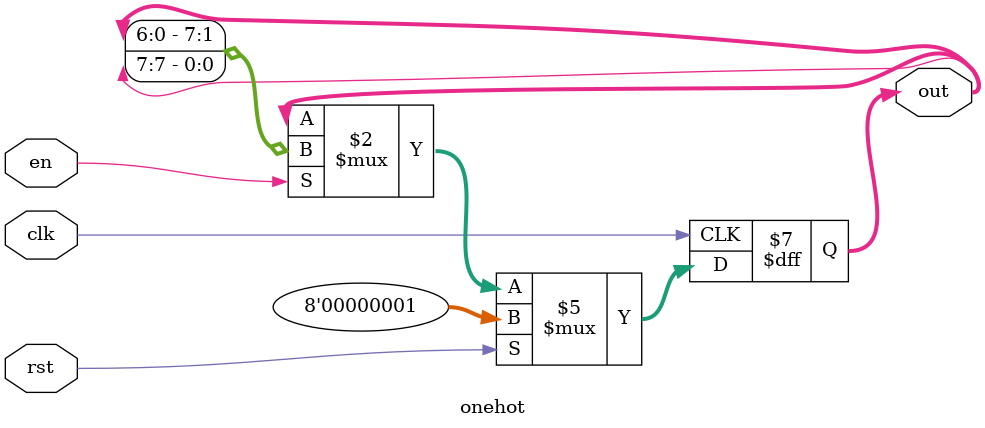
<source format=v>
module onehot (out,en,clk, rst);
output [7:0] out;
input en, clk, rst;
reg [7:0] out;  
always @ (posedge clk)
if (rst) begin
  out <= 8'b0000_0001 ;
end else if (en) begin
  out <= {out[6],out[5],out[4],out[3],
          out[2],out[1],out[0],out[7]};
       end
endmodule  

</source>
